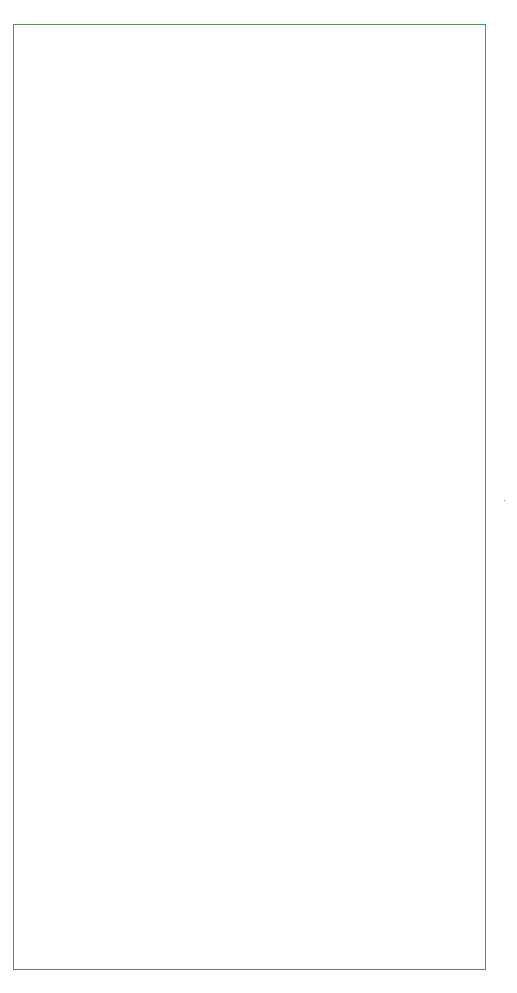
<source format=gbr>
G04 (created by PCBNEW (2013-07-07 BZR 4022)-stable) date 10/7/2013 2:25:56 PM*
%MOIN*%
G04 Gerber Fmt 3.4, Leading zero omitted, Abs format*
%FSLAX34Y34*%
G01*
G70*
G90*
G04 APERTURE LIST*
%ADD10C,0.00590551*%
%ADD11C,0.00393701*%
G04 APERTURE END LIST*
G54D10*
G54D11*
X39370Y-39370D02*
X39370Y-70866D01*
X39370Y-39370D02*
X55118Y-39370D01*
X55118Y-39370D02*
X55118Y-70866D01*
X39370Y-70866D02*
X55118Y-70866D01*
X55750Y-55250D02*
G75*
G03X55750Y-55250I0J0D01*
G74*
G01*
X55749Y-55250D02*
X55750Y-55250D01*
X55750Y-55249D02*
X55750Y-55250D01*
M02*

</source>
